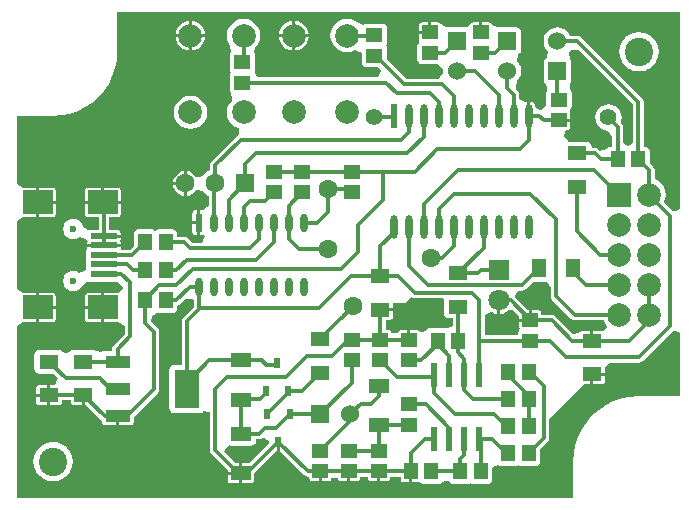
<source format=gbl>
G04 Layer_Physical_Order=2*
G04 Layer_Color=66047*
%FSLAX25Y25*%
%MOIN*%
G70*
G01*
G75*
%ADD10R,0.06496X0.04724*%
%ADD11R,0.04724X0.06496*%
%ADD12R,0.05315X0.04528*%
%ADD13R,0.04528X0.05315*%
%ADD14R,0.02362X0.07874*%
%ADD15O,0.02362X0.07874*%
%ADD16R,0.09842X0.07874*%
%ADD17R,0.09055X0.01968*%
%ADD18R,0.02362X0.06299*%
%ADD19O,0.02362X0.06299*%
%ADD20R,0.06890X0.04724*%
%ADD21R,0.02362X0.03543*%
%ADD22R,0.08465X0.12795*%
%ADD23R,0.08465X0.03937*%
%ADD24C,0.01181*%
%ADD25R,0.06000X0.06000*%
%ADD26C,0.06000*%
%ADD27C,0.06299*%
%ADD28C,0.02362*%
%ADD29C,0.07874*%
%ADD30R,0.06299X0.06299*%
%ADD31C,0.09449*%
%ADD32R,0.07874X0.07874*%
%ADD33R,0.07087X0.07087*%
%ADD34C,0.07087*%
%ADD35C,0.05512*%
G36*
X162549Y92347D02*
X163240Y92209D01*
X172605D01*
X172887Y91866D01*
Y87142D01*
X173009Y86527D01*
X173357Y86006D01*
X173878Y85658D01*
X174492Y85536D01*
X175863D01*
Y83211D01*
X175319Y82797D01*
X173796Y82200D01*
X173658Y82279D01*
X173043Y82401D01*
X168516D01*
X167901Y82279D01*
X167380Y81931D01*
X167032Y81410D01*
X167010Y81300D01*
X165115Y81138D01*
X164793Y81184D01*
X164619Y81445D01*
X164288Y81666D01*
X163898Y81744D01*
X161740D01*
Y78461D01*
X160740D01*
Y81744D01*
X158583D01*
X158193Y81666D01*
X157862Y81445D01*
X157641Y81115D01*
X157563Y80724D01*
X155417D01*
X155340Y81115D01*
X155119Y81445D01*
X154788Y81666D01*
X154398Y81744D01*
X153547D01*
Y85122D01*
X154988D01*
X155378Y85200D01*
X155709Y85421D01*
X155930Y85752D01*
X156008Y86142D01*
Y88004D01*
X151740D01*
Y89004D01*
X156008D01*
Y90551D01*
X159843D01*
X162003Y92712D01*
X162549Y92347D01*
D02*
G37*
G36*
X235879Y156842D02*
Y144106D01*
X234240Y143144D01*
X232602Y144106D01*
Y149461D01*
X232464Y150152D01*
X232073Y150738D01*
X231803Y151007D01*
X231959Y151385D01*
X232108Y152516D01*
X231959Y153646D01*
X231523Y154700D01*
X230829Y155604D01*
X229924Y156299D01*
X228871Y156735D01*
X227740Y156884D01*
X226610Y156735D01*
X225556Y156299D01*
X224652Y155604D01*
X223957Y154700D01*
X223521Y153646D01*
X223372Y152516D01*
X223521Y151385D01*
X223957Y150332D01*
X224652Y149427D01*
X225556Y148733D01*
X226610Y148296D01*
X227740Y148148D01*
X228989Y146128D01*
Y142779D01*
X228532D01*
X227917Y142657D01*
X227396Y142309D01*
X227263Y142110D01*
X225599Y141592D01*
X224824Y141487D01*
X224506Y141805D01*
X223920Y142196D01*
X223228Y142334D01*
X222094D01*
Y142890D01*
X221972Y143504D01*
X221624Y144025D01*
X221103Y144373D01*
X220488Y144495D01*
X214173D01*
Y144882D01*
X212768Y146287D01*
X213597Y148287D01*
X213898D01*
X214288Y148365D01*
X214619Y148586D01*
X214840Y148917D01*
X214917Y149307D01*
Y151071D01*
X211240D01*
Y152071D01*
X214917D01*
Y153835D01*
X214840Y154225D01*
X215033Y155061D01*
X215381Y155582D01*
X215503Y156197D01*
Y160724D01*
X215381Y161339D01*
X215162Y161666D01*
X215023Y161988D01*
X214902Y163538D01*
X215102Y164220D01*
X215224Y164401D01*
X215346Y165016D01*
Y171016D01*
X215224Y171630D01*
X214876Y172151D01*
X214715Y174400D01*
X215119Y174957D01*
X217582Y175139D01*
X235879Y156842D01*
D02*
G37*
G36*
X208434Y95712D02*
Y93016D01*
X208571Y92325D01*
X208963Y91738D01*
X215286Y85416D01*
X215872Y85024D01*
X216563Y84887D01*
X226121D01*
X226524Y83913D01*
X227408Y82762D01*
X225951Y81283D01*
X225878Y81332D01*
X225488Y81409D01*
X222740D01*
Y78028D01*
X221740D01*
Y81409D01*
X218992D01*
X218602Y81332D01*
X218271Y81111D01*
X218178Y80971D01*
X216220Y80456D01*
X215840Y80470D01*
X210073Y86238D01*
X209487Y86629D01*
X208795Y86767D01*
X205417D01*
Y87224D01*
X205340Y87615D01*
X205119Y87945D01*
X204788Y88166D01*
X204398Y88244D01*
X202240D01*
Y84961D01*
X201740D01*
Y84461D01*
X198063D01*
Y82697D01*
X198141Y82307D01*
X197947Y81470D01*
X197599Y80949D01*
X197477Y80335D01*
Y79877D01*
X186531D01*
Y86814D01*
X186540Y86823D01*
X188696Y87741D01*
X188949Y87547D01*
X190054Y87089D01*
X190740Y86999D01*
Y91516D01*
X191740D01*
Y86999D01*
X192426Y87089D01*
X193531Y87547D01*
X194481Y88275D01*
X195785Y88361D01*
X198063Y86083D01*
Y85461D01*
X201240D01*
Y88244D01*
X201011D01*
X196711Y92544D01*
X196878Y93566D01*
X197492Y94709D01*
X198882D01*
X199573Y94847D01*
X200159Y95239D01*
X202429Y97509D01*
X207090D01*
X208434Y95712D01*
D02*
G37*
G36*
X251444Y122083D02*
X250264Y121462D01*
X249278Y121308D01*
X246305Y124281D01*
X246708Y125254D01*
X246898Y126693D01*
X246708Y128132D01*
X246153Y129473D01*
X245270Y130624D01*
X244118Y131508D01*
X243145Y131911D01*
Y134862D01*
X243007Y135554D01*
X242616Y136140D01*
X241554Y137201D01*
Y141173D01*
X241432Y141788D01*
X241084Y142309D01*
X240563Y142657D01*
X239949Y142779D01*
X239491D01*
Y157591D01*
X239354Y158282D01*
X238962Y158868D01*
X218537Y179293D01*
X217951Y179685D01*
X217260Y179822D01*
X214944D01*
X214736Y180323D01*
X214003Y181279D01*
X213047Y182012D01*
X211934Y182473D01*
X210740Y182630D01*
X209546Y182473D01*
X208433Y182012D01*
X207477Y181279D01*
X206744Y180323D01*
X206283Y179210D01*
X206126Y178016D01*
X206283Y176821D01*
X206744Y175709D01*
X207477Y174753D01*
X207541Y174704D01*
X207543Y174680D01*
X207148Y172617D01*
X206982Y172403D01*
X206605Y172151D01*
X206257Y171630D01*
X206135Y171016D01*
Y165016D01*
X206257Y164401D01*
X206605Y163880D01*
X207115Y162656D01*
X207099Y161339D01*
X206977Y160724D01*
Y156483D01*
X205305Y155065D01*
X204408Y155277D01*
X203464Y155762D01*
Y155772D01*
X203295Y156623D01*
X202813Y157344D01*
X202091Y157826D01*
X201740Y157896D01*
Y153016D01*
X200740D01*
Y157896D01*
X200389Y157826D01*
X200030Y157689D01*
X198419Y158363D01*
X198047Y158667D01*
Y160016D01*
X197909Y160707D01*
X197518Y161293D01*
X196889Y161921D01*
X196778Y162317D01*
X197103Y164638D01*
X197253Y164753D01*
X197986Y165709D01*
X198447Y166822D01*
X198604Y168016D01*
X198447Y169210D01*
X197986Y170323D01*
X197253Y171279D01*
X197189Y171327D01*
X197187Y171352D01*
X197582Y173415D01*
X197748Y173628D01*
X198126Y173880D01*
X198474Y174401D01*
X198596Y175016D01*
Y181016D01*
X198474Y181630D01*
X198126Y182151D01*
X197605Y182499D01*
X196990Y182621D01*
X190990D01*
X189684Y183001D01*
X188848Y183609D01*
X188718Y183797D01*
X188619Y183945D01*
X188288Y184166D01*
X187898Y184244D01*
X185740D01*
Y180961D01*
X184740D01*
Y184244D01*
X182583D01*
X182193Y184166D01*
X181862Y183945D01*
X181641Y183615D01*
X181272Y183092D01*
X180240Y182621D01*
X174240D01*
X174083Y182590D01*
X172948Y182922D01*
X171867Y183598D01*
X171795Y183682D01*
X171619Y183945D01*
X171288Y184166D01*
X170898Y184244D01*
X168740D01*
Y180961D01*
X168240D01*
Y180461D01*
X164563D01*
Y178697D01*
X164641Y178307D01*
X164447Y177470D01*
X164099Y176949D01*
X163977Y176335D01*
Y171807D01*
X164099Y171193D01*
X164447Y170672D01*
X164968Y170324D01*
X165583Y170201D01*
X170898D01*
X171377Y169949D01*
X172319Y169090D01*
X172692Y168519D01*
X172626Y168016D01*
X172696Y167483D01*
X172626Y167197D01*
X171711Y165934D01*
X171038Y165377D01*
X160433D01*
X154003Y171807D01*
Y175335D01*
X153881Y175949D01*
X153559Y176516D01*
X153881Y177082D01*
X154003Y177697D01*
Y182224D01*
X153881Y182839D01*
X153533Y183360D01*
X153012Y183708D01*
X152398Y183830D01*
X147083D01*
X146468Y183708D01*
X145947Y183360D01*
X143914Y184214D01*
X143378Y184626D01*
X142037Y185181D01*
X140598Y185370D01*
X139160Y185181D01*
X137819Y184626D01*
X136667Y183742D01*
X135784Y182591D01*
X135229Y181250D01*
X135039Y179811D01*
X135229Y178372D01*
X135784Y177031D01*
X136667Y175880D01*
X137819Y174996D01*
X139160Y174441D01*
X140598Y174252D01*
X142037Y174441D01*
X143378Y174996D01*
X145477Y173878D01*
Y170807D01*
X145599Y170193D01*
X145947Y169672D01*
X146468Y169324D01*
X147083Y169201D01*
X150988D01*
X151962Y167960D01*
X151035Y165877D01*
X110814D01*
X110400Y166422D01*
X109803Y167944D01*
X109881Y168082D01*
X110003Y168697D01*
Y173224D01*
X109881Y173839D01*
X109533Y174360D01*
X110411Y176377D01*
X110913Y177031D01*
X111468Y178372D01*
X111658Y179811D01*
X111468Y181250D01*
X110913Y182591D01*
X110029Y183742D01*
X108878Y184626D01*
X107537Y185181D01*
X106098Y185370D01*
X104660Y185181D01*
X103319Y184626D01*
X102167Y183742D01*
X101284Y182591D01*
X100728Y181250D01*
X100539Y179811D01*
X100728Y178372D01*
X101284Y177031D01*
X101630Y176581D01*
X101947Y174360D01*
X101599Y173839D01*
X101477Y173224D01*
Y168697D01*
X101599Y168082D01*
X101921Y167516D01*
X101599Y166949D01*
X101477Y166335D01*
Y161807D01*
X101599Y161193D01*
X101929Y160698D01*
X101947Y160672D01*
X102275Y158818D01*
X102192Y158171D01*
X102167Y158151D01*
X101284Y157000D01*
X100728Y155659D01*
X100539Y154220D01*
X100728Y152782D01*
X101284Y151441D01*
X102167Y150289D01*
X103319Y149406D01*
X104659Y148851D01*
X104549Y146685D01*
X103963Y146293D01*
X95463Y137793D01*
X95071Y137207D01*
X94934Y136516D01*
Y134881D01*
X94358Y134643D01*
X93371Y133885D01*
X92613Y132898D01*
X92601Y132868D01*
X91068Y132690D01*
X90225Y132791D01*
X89700Y133475D01*
X88833Y134140D01*
X87823Y134558D01*
X87240Y134635D01*
Y130516D01*
Y126396D01*
X87823Y126473D01*
X88833Y126891D01*
X89700Y127556D01*
X90225Y128241D01*
X91068Y128341D01*
X92601Y128163D01*
X92613Y128133D01*
X93371Y127146D01*
X94358Y126389D01*
X94434Y126357D01*
Y122960D01*
X93977Y122553D01*
X92421Y121590D01*
X91825Y121590D01*
X91740D01*
Y117421D01*
Y113252D01*
X92420D01*
X92835Y113251D01*
X93138Y112987D01*
X92325Y110822D01*
X88988D01*
X87517Y112293D01*
X86931Y112685D01*
X86240Y112822D01*
X84054D01*
Y113673D01*
X83932Y114288D01*
X83584Y114809D01*
X83063Y115157D01*
X82449Y115279D01*
X77921D01*
X77307Y115157D01*
X76740Y114835D01*
X76174Y115157D01*
X75559Y115279D01*
X71031D01*
X70417Y115157D01*
X69896Y114809D01*
X69548Y114288D01*
X69426Y113673D01*
Y109701D01*
X68224Y108499D01*
X65471D01*
X65261Y108812D01*
X65146Y108890D01*
Y109342D01*
X59598D01*
X54051D01*
Y108890D01*
X53935Y108812D01*
X53587Y108291D01*
X53465Y107677D01*
Y105709D01*
X53583Y105118D01*
X53465Y104527D01*
Y102559D01*
X53583Y101968D01*
X53526Y101683D01*
X52831Y101189D01*
X51300Y100799D01*
X50946Y101035D01*
X50946Y101035D01*
X50367Y101275D01*
X49676Y101413D01*
X49517D01*
X49362Y101444D01*
X49207Y101413D01*
X49049D01*
X48358Y101275D01*
X47779Y101035D01*
X47193Y100644D01*
X47193Y100644D01*
X46750Y100201D01*
X46750Y100201D01*
X46358Y99615D01*
X46358Y99615D01*
X46119Y99036D01*
X45981Y98345D01*
Y97718D01*
X46119Y97027D01*
X46358Y96448D01*
X46750Y95862D01*
X46750Y95862D01*
X47193Y95419D01*
X47193Y95419D01*
X47779Y95028D01*
X47779Y95028D01*
X48358Y94788D01*
X49049Y94650D01*
X49207D01*
X49362Y94620D01*
X49517Y94650D01*
X49676D01*
X50367Y94788D01*
X50946Y95028D01*
X51531Y95419D01*
X51532Y95419D01*
X51974Y95862D01*
X51975Y95862D01*
X52366Y96448D01*
X52366Y96448D01*
X52513Y96802D01*
X53949Y97633D01*
X54330Y97805D01*
X54909Y97836D01*
X55071Y97804D01*
X64126D01*
X65689Y96484D01*
X65926Y96122D01*
X65946Y95947D01*
X65870Y95437D01*
X64126Y94130D01*
X59705D01*
Y89173D01*
Y84217D01*
X64126D01*
X64268Y84245D01*
X64948Y84068D01*
X66064Y83483D01*
X66434Y83170D01*
Y80264D01*
X62947Y76777D01*
X62556Y76191D01*
X62418Y75500D01*
Y74645D01*
X59992D01*
X59378Y74523D01*
X58422Y74263D01*
X57146Y74521D01*
X56820Y74728D01*
X56603Y74873D01*
X55988Y74995D01*
X49492D01*
X48878Y74873D01*
X48357Y74525D01*
X48140Y74201D01*
X46990Y74097D01*
X45840Y74201D01*
X45624Y74525D01*
X45103Y74873D01*
X44488Y74995D01*
X37992D01*
X37378Y74873D01*
X36857Y74525D01*
X36509Y74004D01*
X36386Y73390D01*
Y68665D01*
X36509Y68051D01*
X36857Y67530D01*
X37378Y67182D01*
X37992Y67060D01*
X42653D01*
X44162Y65551D01*
X43265Y63386D01*
X41740D01*
Y60004D01*
Y56622D01*
X44488D01*
X44878Y56700D01*
X45209Y56921D01*
X45430Y57252D01*
X45508Y57642D01*
Y58198D01*
X48472D01*
Y57642D01*
X48550Y57252D01*
X48771Y56921D01*
X49102Y56700D01*
X49492Y56622D01*
X52240D01*
Y60004D01*
X53240D01*
Y56622D01*
X53567D01*
X58506Y51683D01*
X58973Y51372D01*
Y50992D01*
X59050Y50602D01*
X59271Y50271D01*
X59602Y50050D01*
X59992Y49973D01*
X63724D01*
Y52961D01*
X64724D01*
Y49973D01*
X68457D01*
X68847Y50050D01*
X69178Y50271D01*
X69399Y50602D01*
X69476Y50992D01*
Y52697D01*
X77517Y60738D01*
X77909Y61325D01*
X78047Y62016D01*
Y81016D01*
X77909Y81707D01*
X77517Y82293D01*
X75367Y84443D01*
X75456Y86425D01*
X77365Y87363D01*
X77921Y87253D01*
X82449D01*
X83063Y87375D01*
X83584Y87723D01*
X83932Y88244D01*
X84054Y88858D01*
Y89772D01*
X84431Y89847D01*
X85017Y90238D01*
X86752Y91973D01*
X87184Y92104D01*
X88825Y92046D01*
X89434Y91593D01*
Y89264D01*
X85979Y85809D01*
X85587Y85223D01*
X85449Y84531D01*
Y70019D01*
X83024D01*
X82409Y69897D01*
X81888Y69549D01*
X81540Y69028D01*
X81418Y68413D01*
Y55618D01*
X81540Y55004D01*
X81888Y54483D01*
X82409Y54135D01*
X83024Y54013D01*
X91488D01*
X92103Y54135D01*
X92624Y54483D01*
X92713Y54617D01*
X94574Y54376D01*
X94879Y54257D01*
Y41571D01*
X95016Y40880D01*
X95408Y40294D01*
X100776Y34926D01*
Y34421D01*
X104740D01*
Y37303D01*
X103507D01*
X99696Y41114D01*
X99818Y41571D01*
X101181Y43265D01*
X101795Y43142D01*
X108685D01*
X109300Y43265D01*
X109820Y43613D01*
X110169Y44134D01*
X110291Y44748D01*
Y45304D01*
X111240D01*
X111931Y45441D01*
X112335Y45711D01*
X113078Y45559D01*
X114574Y44827D01*
X114642Y43945D01*
X108000Y37303D01*
X105740D01*
Y33921D01*
Y30540D01*
X108685D01*
X109075Y30617D01*
X109406Y30838D01*
X109627Y31169D01*
X109705Y31559D01*
Y33898D01*
X117240Y41434D01*
Y44488D01*
X118240D01*
Y41434D01*
X126380Y33294D01*
X126966Y32902D01*
X127657Y32765D01*
X128063D01*
Y32307D01*
X128141Y31917D01*
X128362Y31586D01*
X128692Y31365D01*
X129083Y31288D01*
X131240D01*
Y34571D01*
X132240D01*
Y31288D01*
X134398D01*
X134788Y31365D01*
X135119Y31586D01*
X135340Y31917D01*
X135417Y32307D01*
X137563D01*
X137641Y31917D01*
X137862Y31586D01*
X138192Y31365D01*
X138583Y31288D01*
X140740D01*
Y34571D01*
X141740D01*
Y31288D01*
X143898D01*
X144288Y31365D01*
X144619Y31586D01*
X144840Y31917D01*
X144917Y32307D01*
Y32765D01*
X147563D01*
Y32307D01*
X147641Y31917D01*
X147862Y31586D01*
X148193Y31365D01*
X148583Y31288D01*
X150740D01*
Y34571D01*
X151740D01*
Y31288D01*
X153898D01*
X154288Y31365D01*
X154619Y31586D01*
X154840Y31917D01*
X154917Y32307D01*
Y32765D01*
X158512D01*
Y31858D01*
X158589Y31468D01*
X158810Y31137D01*
X159141Y30916D01*
X159531Y30839D01*
X161295D01*
Y34516D01*
X162295D01*
Y30839D01*
X164059D01*
X164449Y30916D01*
X165286Y30723D01*
X165807Y30375D01*
X166421Y30253D01*
X170949D01*
X171563Y30375D01*
X172084Y30723D01*
X172368Y31148D01*
X173445Y31303D01*
X173707Y31318D01*
X174634Y31214D01*
X174880Y30845D01*
X175401Y30497D01*
X176016Y30375D01*
X180543D01*
X181158Y30497D01*
X181724Y30819D01*
X182291Y30497D01*
X182905Y30375D01*
X187433D01*
X188048Y30497D01*
X188568Y30845D01*
X188917Y31366D01*
X189039Y31980D01*
Y35704D01*
X189939Y36262D01*
X191204Y36629D01*
X191401Y36497D01*
X192016Y36375D01*
X196543D01*
X197158Y36497D01*
X197724Y36819D01*
X198291Y36497D01*
X198906Y36375D01*
X203433D01*
X204047Y36497D01*
X204569Y36845D01*
X204917Y37366D01*
X205039Y37980D01*
Y41953D01*
X207447Y44361D01*
X207838Y44947D01*
X207976Y45638D01*
Y52070D01*
X219528Y63622D01*
X221740D01*
Y67004D01*
X222240D01*
Y67504D01*
X226508D01*
Y69366D01*
X228050Y70591D01*
X228280Y70709D01*
X237870D01*
X238561Y70847D01*
X239147Y71238D01*
X249278Y81369D01*
X250264Y81215D01*
X251444Y80594D01*
Y59580D01*
X237790D01*
X237744Y59589D01*
Y59603D01*
X234898Y59416D01*
X232101Y58860D01*
X229399Y57943D01*
X226841Y56681D01*
X224469Y55097D01*
X222325Y53216D01*
X220444Y51071D01*
X218860Y48700D01*
X217598Y46141D01*
X216681Y43440D01*
X216125Y40643D01*
X215938Y37796D01*
X215952D01*
X216010Y37501D01*
Y34364D01*
Y27498D01*
Y25722D01*
X30446D01*
Y83087D01*
X32612Y84220D01*
X32630Y84217D01*
X37051D01*
Y89173D01*
Y94130D01*
X32630D01*
X32612Y94126D01*
X30446Y95260D01*
Y118126D01*
X32612Y119260D01*
X32630Y119256D01*
X37051D01*
Y124213D01*
Y129169D01*
X32630D01*
X32612Y129166D01*
X30446Y130299D01*
Y153018D01*
X42578D01*
X42618Y153010D01*
Y152998D01*
X45413Y153181D01*
X48160Y153727D01*
X50812Y154627D01*
X53324Y155866D01*
X55653Y157422D01*
X57759Y159269D01*
X59605Y161375D01*
X61161Y163704D01*
X62400Y166215D01*
X63301Y168868D01*
X63847Y171615D01*
X64030Y174409D01*
X64017D01*
X64009Y174450D01*
Y187664D01*
X251444D01*
Y122083D01*
D02*
G37*
%LPC*%
G36*
X42472Y94130D02*
X38051D01*
Y89673D01*
X43492D01*
Y93110D01*
X43414Y93500D01*
X43193Y93831D01*
X42863Y94052D01*
X42472Y94130D01*
D02*
G37*
G36*
X90740Y121590D02*
X90059D01*
X89669Y121513D01*
X89338Y121292D01*
X89117Y120961D01*
X89039Y120571D01*
Y117921D01*
X90740D01*
Y121590D01*
D02*
G37*
G36*
X43492Y123713D02*
X38051D01*
Y119256D01*
X42472D01*
X42863Y119334D01*
X43193Y119555D01*
X43414Y119885D01*
X43492Y120276D01*
Y123713D01*
D02*
G37*
G36*
X90740Y116921D02*
X89039D01*
Y114272D01*
X89117Y113882D01*
X89338Y113551D01*
X89669Y113330D01*
X90059Y113252D01*
X90740D01*
Y116921D01*
D02*
G37*
G36*
X65146Y123713D02*
X59205D01*
X53264D01*
Y120276D01*
X53342Y119885D01*
X53562Y119555D01*
X53893Y119334D01*
X54283Y119256D01*
X57792D01*
Y114996D01*
X55071D01*
X54874Y114957D01*
X54180Y115112D01*
X54128Y115132D01*
X53161Y115615D01*
X52680Y115987D01*
X52606Y116358D01*
X52366Y116937D01*
X51975Y117523D01*
X51974Y117523D01*
X51532Y117966D01*
X51531Y117966D01*
X50946Y118358D01*
X50946Y118358D01*
X50367Y118598D01*
X49676Y118735D01*
X49517D01*
X49362Y118766D01*
X49207Y118735D01*
X49049D01*
X48358Y118598D01*
X47779Y118358D01*
X47193Y117966D01*
X47193Y117966D01*
X46750Y117523D01*
X46750Y117523D01*
X46358Y116937D01*
X46358Y116937D01*
X46119Y116358D01*
X45981Y115667D01*
Y115041D01*
X46119Y114349D01*
X46358Y113771D01*
X46750Y113185D01*
X46750Y113185D01*
X47193Y112742D01*
X47193Y112742D01*
X47779Y112350D01*
X47779Y112350D01*
X48358Y112110D01*
X49049Y111973D01*
X49207D01*
X49362Y111942D01*
X49517Y111973D01*
X49676D01*
X50367Y112110D01*
X50946Y112350D01*
X51532Y112742D01*
X53566Y111926D01*
X54129Y111217D01*
X54051Y110827D01*
Y110342D01*
X59598D01*
X65146D01*
Y110827D01*
X65068Y111217D01*
X64934Y111417D01*
X65068Y111618D01*
X65146Y112008D01*
Y112492D01*
X59598D01*
Y113492D01*
X65146D01*
Y113976D01*
X65068Y114366D01*
X64847Y114697D01*
X64516Y114918D01*
X64126Y114996D01*
X61405D01*
Y119256D01*
X64126D01*
X64516Y119334D01*
X64847Y119555D01*
X65068Y119885D01*
X65146Y120276D01*
Y123713D01*
D02*
G37*
G36*
X40740Y59504D02*
X36972D01*
Y57642D01*
X37050Y57252D01*
X37271Y56921D01*
X37602Y56700D01*
X37992Y56622D01*
X40740D01*
Y59504D01*
D02*
G37*
G36*
Y63386D02*
X37992D01*
X37602Y63308D01*
X37271Y63087D01*
X37050Y62756D01*
X36972Y62366D01*
Y60504D01*
X40740D01*
Y63386D01*
D02*
G37*
G36*
X104740Y33421D02*
X100776D01*
Y31559D01*
X100853Y31169D01*
X101074Y30838D01*
X101405Y30617D01*
X101795Y30540D01*
X104740D01*
Y33421D01*
D02*
G37*
G36*
X42618Y44365D02*
X42514Y44344D01*
X42408Y44351D01*
X41124Y44182D01*
X40925Y44114D01*
X40719Y44073D01*
X39522Y43577D01*
X39347Y43461D01*
X39159Y43368D01*
X38131Y42579D01*
X37992Y42421D01*
X37834Y42283D01*
X37045Y41255D01*
X36953Y41066D01*
X36836Y40892D01*
X36340Y39694D01*
X36299Y39488D01*
X36232Y39290D01*
X36062Y38005D01*
X36076Y37795D01*
X36062Y37586D01*
X36232Y36301D01*
X36299Y36102D01*
X36340Y35896D01*
X36836Y34699D01*
X36953Y34524D01*
X37045Y34336D01*
X37834Y33308D01*
X37992Y33169D01*
X38131Y33011D01*
X39159Y32223D01*
X39347Y32130D01*
X39522Y32013D01*
X40719Y31517D01*
X40925Y31476D01*
X41124Y31409D01*
X42408Y31240D01*
X42514Y31247D01*
X42618Y31226D01*
X42722Y31247D01*
X42828Y31240D01*
X44112Y31409D01*
X44311Y31476D01*
X44517Y31517D01*
X45714Y32013D01*
X45889Y32130D01*
X46077Y32223D01*
X47106Y33011D01*
X47244Y33169D01*
X47402Y33308D01*
X48191Y34336D01*
X48284Y34524D01*
X48400Y34699D01*
X48896Y35896D01*
X48937Y36102D01*
X49005Y36301D01*
X49174Y37586D01*
X49160Y37795D01*
X49174Y38005D01*
X49005Y39290D01*
X48937Y39488D01*
X48896Y39694D01*
X48400Y40892D01*
X48284Y41066D01*
X48191Y41255D01*
X47402Y42283D01*
X47244Y42421D01*
X47106Y42579D01*
X46077Y43368D01*
X45889Y43461D01*
X45714Y43577D01*
X44517Y44073D01*
X44311Y44114D01*
X44112Y44182D01*
X42828Y44351D01*
X42722Y44344D01*
X42618Y44365D01*
D02*
G37*
G36*
X58705Y88673D02*
X53264D01*
Y85236D01*
X53342Y84846D01*
X53562Y84515D01*
X53893Y84294D01*
X54283Y84217D01*
X58705D01*
Y88673D01*
D02*
G37*
G36*
Y94130D02*
X54283D01*
X53893Y94052D01*
X53562Y93831D01*
X53342Y93500D01*
X53264Y93110D01*
Y89673D01*
X58705D01*
Y94130D01*
D02*
G37*
G36*
X226508Y66504D02*
X222740D01*
Y63622D01*
X225488D01*
X225878Y63700D01*
X226209Y63921D01*
X226430Y64252D01*
X226508Y64642D01*
Y66504D01*
D02*
G37*
G36*
X43492Y88673D02*
X38051D01*
Y84217D01*
X42472D01*
X42863Y84294D01*
X43193Y84515D01*
X43414Y84846D01*
X43492Y85236D01*
Y88673D01*
D02*
G37*
G36*
X87882Y184725D02*
X87093Y184621D01*
X85892Y184124D01*
X84861Y183332D01*
X84069Y182301D01*
X83572Y181100D01*
X83468Y180311D01*
X87882D01*
Y184725D01*
D02*
G37*
G36*
X122382D02*
X121593Y184621D01*
X120392Y184124D01*
X119361Y183332D01*
X118569Y182301D01*
X118072Y181100D01*
X117968Y180311D01*
X122382D01*
Y184725D01*
D02*
G37*
G36*
X93296Y179311D02*
X88882D01*
Y174897D01*
X89671Y175001D01*
X90872Y175499D01*
X91903Y176290D01*
X92694Y177321D01*
X93192Y178522D01*
X93296Y179311D01*
D02*
G37*
G36*
X127796D02*
X123382D01*
Y174897D01*
X124171Y175001D01*
X125372Y175499D01*
X126403Y176290D01*
X127194Y177321D01*
X127692Y178522D01*
X127796Y179311D01*
D02*
G37*
G36*
X237894Y180979D02*
X237790Y180958D01*
X237684Y180965D01*
X236399Y180796D01*
X236201Y180728D01*
X235995Y180687D01*
X234797Y180192D01*
X234623Y180075D01*
X234434Y179982D01*
X233406Y179193D01*
X233268Y179035D01*
X233110Y178897D01*
X232321Y177869D01*
X232228Y177680D01*
X232112Y177506D01*
X231616Y176309D01*
X231575Y176103D01*
X231507Y175904D01*
X231338Y174619D01*
X231352Y174409D01*
X231338Y174200D01*
X231507Y172915D01*
X231575Y172716D01*
X231616Y172510D01*
X232112Y171313D01*
X232228Y171139D01*
X232321Y170950D01*
X233110Y169922D01*
X233268Y169784D01*
X233406Y169626D01*
X234434Y168837D01*
X234623Y168744D01*
X234797Y168627D01*
X235995Y168131D01*
X236201Y168090D01*
X236399Y168023D01*
X237684Y167854D01*
X237790Y167861D01*
X237894Y167840D01*
X237998Y167861D01*
X238103Y167854D01*
X239388Y168023D01*
X239587Y168090D01*
X239793Y168131D01*
X240990Y168627D01*
X241165Y168744D01*
X241353Y168837D01*
X242381Y169626D01*
X242519Y169784D01*
X242677Y169922D01*
X243466Y170950D01*
X243559Y171139D01*
X243676Y171313D01*
X244172Y172510D01*
X244213Y172716D01*
X244280Y172915D01*
X244449Y174200D01*
X244436Y174409D01*
X244449Y174619D01*
X244280Y175904D01*
X244213Y176103D01*
X244172Y176309D01*
X243676Y177506D01*
X243559Y177680D01*
X243466Y177869D01*
X242677Y178897D01*
X242519Y179035D01*
X242381Y179193D01*
X241353Y179982D01*
X241165Y180075D01*
X240990Y180192D01*
X239793Y180687D01*
X239587Y180728D01*
X239388Y180796D01*
X238103Y180965D01*
X237998Y180958D01*
X237894Y180979D01*
D02*
G37*
G36*
X167740Y184244D02*
X165583D01*
X165192Y184166D01*
X164862Y183945D01*
X164641Y183615D01*
X164563Y183224D01*
Y181461D01*
X167740D01*
Y184244D01*
D02*
G37*
G36*
X88882Y184725D02*
Y180311D01*
X93296D01*
X93192Y181100D01*
X92694Y182301D01*
X91903Y183332D01*
X90872Y184124D01*
X89671Y184621D01*
X88882Y184725D01*
D02*
G37*
G36*
X123382D02*
Y180311D01*
X127796D01*
X127692Y181100D01*
X127194Y182301D01*
X126403Y183332D01*
X125372Y184124D01*
X124171Y184621D01*
X123382Y184725D01*
D02*
G37*
G36*
X64126Y129169D02*
X59705D01*
Y124713D01*
X65146D01*
Y128150D01*
X65068Y128540D01*
X64847Y128871D01*
X64516Y129092D01*
X64126Y129169D01*
D02*
G37*
G36*
X86240Y130016D02*
X82621D01*
X82697Y129432D01*
X83116Y128423D01*
X83781Y127556D01*
X84648Y126891D01*
X85657Y126473D01*
X86240Y126396D01*
Y130016D01*
D02*
G37*
G36*
X58705Y129169D02*
X54283D01*
X53893Y129092D01*
X53562Y128871D01*
X53342Y128540D01*
X53264Y128150D01*
Y124713D01*
X58705D01*
Y129169D01*
D02*
G37*
G36*
X42472D02*
X38051D01*
Y124713D01*
X43492D01*
Y128150D01*
X43414Y128540D01*
X43193Y128871D01*
X42863Y129092D01*
X42472Y129169D01*
D02*
G37*
G36*
X87882Y179311D02*
X83468D01*
X83572Y178522D01*
X84069Y177321D01*
X84861Y176290D01*
X85892Y175499D01*
X87093Y175001D01*
X87882Y174897D01*
Y179311D01*
D02*
G37*
G36*
X122382D02*
X117968D01*
X118072Y178522D01*
X118569Y177321D01*
X119361Y176290D01*
X120392Y175499D01*
X121593Y175001D01*
X122382Y174897D01*
Y179311D01*
D02*
G37*
G36*
X86240Y134635D02*
X85657Y134558D01*
X84648Y134140D01*
X83781Y133475D01*
X83116Y132608D01*
X82697Y131599D01*
X82621Y131016D01*
X86240D01*
Y134635D01*
D02*
G37*
G36*
X88382Y159780D02*
X86943Y159590D01*
X85602Y159035D01*
X84451Y158151D01*
X83567Y157000D01*
X83012Y155659D01*
X82823Y154220D01*
X83012Y152782D01*
X83567Y151441D01*
X84451Y150289D01*
X85602Y149406D01*
X86943Y148851D01*
X88382Y148661D01*
X89821Y148851D01*
X91162Y149406D01*
X92313Y150289D01*
X93196Y151441D01*
X93752Y152782D01*
X93941Y154220D01*
X93752Y155659D01*
X93196Y157000D01*
X92313Y158151D01*
X91162Y159035D01*
X89821Y159590D01*
X88382Y159780D01*
D02*
G37*
%LPD*%
D10*
X222240Y78028D02*
D03*
Y67004D02*
D03*
X217240Y129504D02*
D03*
Y140528D02*
D03*
X177740Y100528D02*
D03*
Y89504D02*
D03*
X131740Y78528D02*
D03*
Y67504D02*
D03*
X52740Y71028D02*
D03*
Y60004D02*
D03*
X41240Y71028D02*
D03*
Y60004D02*
D03*
X151740Y88504D02*
D03*
Y99528D02*
D03*
D11*
X215752Y102362D02*
D03*
X204728D02*
D03*
D12*
X211240Y151571D02*
D03*
Y158461D02*
D03*
X185240Y180961D02*
D03*
Y174071D02*
D03*
X149740Y173071D02*
D03*
Y179961D02*
D03*
X105740Y164071D02*
D03*
Y170961D02*
D03*
X116240Y127571D02*
D03*
Y134461D02*
D03*
X142240Y127571D02*
D03*
Y134461D02*
D03*
X125740Y127571D02*
D03*
Y134461D02*
D03*
X161240Y56961D02*
D03*
Y50071D02*
D03*
X142240Y78461D02*
D03*
Y71571D02*
D03*
X131740Y41461D02*
D03*
Y34571D02*
D03*
X151740Y71571D02*
D03*
Y78461D02*
D03*
X161240D02*
D03*
Y71571D02*
D03*
X141240Y34571D02*
D03*
Y41461D02*
D03*
X151240D02*
D03*
Y34571D02*
D03*
X201740Y78071D02*
D03*
Y84961D02*
D03*
X168240Y180961D02*
D03*
Y174071D02*
D03*
D13*
X73295Y91516D02*
D03*
X80185D02*
D03*
X73295Y101516D02*
D03*
X80185D02*
D03*
X73295Y111016D02*
D03*
X80185D02*
D03*
X194280Y58638D02*
D03*
X201169D02*
D03*
Y40638D02*
D03*
X194280D02*
D03*
X201169Y49638D02*
D03*
X194280D02*
D03*
X178279Y34638D02*
D03*
X185169D02*
D03*
X161795Y34516D02*
D03*
X168685D02*
D03*
X201169Y67638D02*
D03*
X194280D02*
D03*
X170780Y78138D02*
D03*
X177669D02*
D03*
X230795Y138516D02*
D03*
X237685D02*
D03*
D14*
X156240Y153016D02*
D03*
X174724Y66638D02*
D03*
X184724D02*
D03*
X169724D02*
D03*
X179724D02*
D03*
X174724Y45378D02*
D03*
X179724D02*
D03*
X169724D02*
D03*
X184724D02*
D03*
D15*
X161240Y153016D02*
D03*
X176240D02*
D03*
X166240D02*
D03*
X181240D02*
D03*
X171240D02*
D03*
X201240D02*
D03*
X191240D02*
D03*
X186240D02*
D03*
X196240D02*
D03*
X201240Y116008D02*
D03*
X171240D02*
D03*
X156240D02*
D03*
X166240D02*
D03*
X181240D02*
D03*
X191240D02*
D03*
X161240D02*
D03*
X176240D02*
D03*
X186240D02*
D03*
X196240D02*
D03*
D16*
X37551Y124213D02*
D03*
Y89173D02*
D03*
X59205D02*
D03*
Y124213D02*
D03*
D17*
X59598Y100394D02*
D03*
Y103543D02*
D03*
Y106693D02*
D03*
Y109842D02*
D03*
Y112992D02*
D03*
D18*
X91240Y117421D02*
D03*
D19*
X96240D02*
D03*
X101240D02*
D03*
X106240D02*
D03*
X111240D02*
D03*
X116240D02*
D03*
X121240D02*
D03*
X126240D02*
D03*
X91240Y95965D02*
D03*
X96240D02*
D03*
X101240D02*
D03*
X106240D02*
D03*
X111240D02*
D03*
X116240D02*
D03*
X121240D02*
D03*
X126240D02*
D03*
D20*
X105240Y71516D02*
D03*
Y58327D02*
D03*
X151240Y49921D02*
D03*
Y63110D02*
D03*
X105240Y47110D02*
D03*
Y33921D02*
D03*
D21*
X120980Y61488D02*
D03*
X113500D02*
D03*
X117240Y70543D02*
D03*
X114000Y53543D02*
D03*
X121480D02*
D03*
X117740Y44488D02*
D03*
D22*
X87256Y62016D02*
D03*
D23*
X64224Y71071D02*
D03*
Y62016D02*
D03*
Y52961D02*
D03*
D24*
X248240Y82886D02*
Y119791D01*
X237870Y72516D02*
X248240Y82886D01*
X213740Y72516D02*
X237870D01*
X215748Y101181D02*
X217413Y99516D01*
X220236Y96693D02*
X231339D01*
X217413Y99516D02*
X220236Y96693D01*
X217413Y99516D02*
X217413D01*
X198882Y96516D02*
X204728Y102362D01*
X167740Y96516D02*
X198882D01*
X237685Y138516D02*
Y157591D01*
X210740Y178016D02*
X217260D01*
X237685Y157591D01*
X87240Y105016D02*
X110240D01*
X83740Y101516D02*
X87240Y105016D01*
X80185Y101516D02*
X83740D01*
X89240Y102016D02*
X138740D01*
X83740Y96516D02*
X89240Y102016D01*
X78014Y96516D02*
X83740D01*
X73295Y91797D02*
X78014Y96516D01*
X73295Y83961D02*
Y91797D01*
X152713Y134461D02*
X163185D01*
X142240D02*
X152713D01*
X138740Y102016D02*
X144240Y107516D01*
Y116516D01*
X152713Y124988D01*
Y134461D01*
X211240Y158461D02*
Y158516D01*
Y156961D02*
Y158461D01*
X210740Y159016D02*
X211240Y158516D01*
X210740Y159016D02*
Y168016D01*
X105740Y164071D02*
X153685D01*
X171240Y153016D02*
Y157516D01*
X168240Y160516D02*
X171240Y157516D01*
X157240Y160516D02*
X168240D01*
X153685Y164071D02*
X157240Y160516D01*
X105740Y170961D02*
X106098Y171319D01*
Y179811D01*
X159685Y163571D02*
X172185D01*
X150185Y173071D02*
X159685Y163571D01*
X149740Y173071D02*
X150185D01*
X149591Y179811D02*
X149740Y179961D01*
X140598Y179811D02*
X149591D01*
X176240Y153016D02*
Y159516D01*
X172185Y163571D02*
X176240Y159516D01*
X167240Y173571D02*
X168240D01*
X173295Y174071D02*
X177240Y178016D01*
X168240Y174071D02*
X173295D01*
X185240D02*
X190045D01*
X193990Y178016D01*
X177240Y168016D02*
X183240D01*
X191240Y160016D01*
Y153016D02*
Y160016D01*
X193990Y162266D02*
Y168016D01*
Y162266D02*
X196240Y160016D01*
Y153016D02*
Y160016D01*
X227740Y152516D02*
X230795Y149461D01*
X155740Y152516D02*
X156240Y153016D01*
X149740Y152516D02*
X155740D01*
X138752Y85528D02*
X142740Y89516D01*
X138740Y85528D02*
X138752D01*
X131740Y78528D02*
X138740Y85528D01*
X176240Y109516D02*
Y116008D01*
X172240Y105516D02*
X176240Y109516D01*
X168740Y105516D02*
X172240D01*
X141752Y99528D02*
X151740D01*
X131240Y89016D02*
X141752Y99528D01*
X91740Y89016D02*
X131240D01*
X208185Y78071D02*
X213740Y72516D01*
X184724Y78016D02*
Y91516D01*
Y66638D02*
Y78016D01*
X184780Y78071D01*
X201740D01*
X208185D01*
X241339Y84614D02*
Y86693D01*
X234740Y78016D02*
X241339Y84614D01*
X215740Y78016D02*
X234740D01*
X241339Y86693D02*
Y96693D01*
X208795Y84961D02*
X215740Y78016D01*
X201740Y84961D02*
X208795D01*
X191240Y91516D02*
X195185D01*
X201740Y84961D01*
X185240Y101516D02*
X191240D01*
X184252Y100528D02*
X185240Y101516D01*
X177740Y100528D02*
X184252D01*
X76240Y62016D02*
Y81016D01*
X67185Y52961D02*
X76240Y62016D01*
X64224Y52961D02*
X67185D01*
X73295Y83961D02*
X76240Y81016D01*
X59598Y109842D02*
Y112992D01*
X59205Y124213D02*
X59598Y123819D01*
Y112992D02*
Y123819D01*
X151740Y78461D02*
Y88504D01*
X241339Y126693D02*
X248240Y119791D01*
X151740Y99528D02*
X157728D01*
X163240Y94016D01*
X156240Y114016D02*
Y116008D01*
X151740Y109516D02*
X156240Y114016D01*
X151740Y99528D02*
Y109516D01*
X68240Y79516D02*
Y97516D01*
X65362Y100394D02*
X68240Y97516D01*
X59598Y100394D02*
X65362D01*
X64224Y75500D02*
X68240Y79516D01*
X64224Y71071D02*
Y75500D01*
X59784Y52961D02*
X64224D01*
X52740Y60004D02*
X59784Y52961D01*
X41240Y60004D02*
X52740D01*
X41240Y71028D02*
X46752Y65516D01*
X58240D01*
X61740Y62016D01*
X64224D01*
X64181Y71028D02*
X64224Y71071D01*
X52740Y71028D02*
X64181D01*
X88189Y95965D02*
X91240D01*
X83740Y91516D02*
X88189Y95965D01*
X80185Y91516D02*
X83740D01*
X88240Y109016D02*
X108240D01*
X86240Y111016D02*
X88240Y109016D01*
X80185Y111016D02*
X86240D01*
X108240Y109016D02*
X111240Y112016D01*
X110240Y105016D02*
X116240Y111016D01*
X87256Y84531D02*
X91240Y88516D01*
X87256Y64031D02*
Y84531D01*
X91240Y88516D02*
Y95965D01*
X87256Y62016D02*
Y64031D01*
X161240Y103016D02*
X167740Y96516D01*
X161240Y103016D02*
Y116008D01*
X230795Y138516D02*
Y149461D01*
X225240Y138516D02*
X230795D01*
X223228Y140528D02*
X225240Y138516D01*
X217240Y140528D02*
X223228D01*
X217240Y114516D02*
Y129504D01*
X176240Y127016D02*
X201740D01*
X171240Y122016D02*
X176240Y127016D01*
X171240Y116008D02*
Y122016D01*
X201740Y127016D02*
X210240Y118516D01*
X166240Y116008D02*
Y123516D01*
X177740Y135016D01*
X223016D01*
X231339Y126693D01*
X151240Y59516D02*
Y63110D01*
X148740Y57016D02*
X151240Y59516D01*
X145240Y57016D02*
X148740D01*
X141740Y53516D02*
X145240Y57016D01*
X142240Y64016D02*
Y71571D01*
X131740Y53516D02*
X142240Y64016D01*
X141740Y51461D02*
Y53516D01*
X237685Y138516D02*
X241339Y134862D01*
Y126693D02*
Y134862D01*
X206185Y151571D02*
X211240D01*
X204740Y153016D02*
X206185Y151571D01*
X201240Y153016D02*
X204740D01*
X182224Y94016D02*
X184724Y91516D01*
X163240Y94016D02*
X182224D01*
X125724Y61488D02*
X131740Y67504D01*
X120980Y61488D02*
X125724D01*
X216563Y86693D02*
X231339D01*
X210240Y93016D02*
X216563Y86693D01*
X210240Y93016D02*
Y118516D01*
X186240Y109028D02*
Y116008D01*
X177740Y100528D02*
X186240Y109028D01*
X177669Y78138D02*
Y89433D01*
X177740Y89504D01*
X217240Y114516D02*
X225063Y106693D01*
X231339D01*
X161240Y147516D02*
Y153016D01*
X158740Y145016D02*
X161240Y147516D01*
X105240Y145016D02*
X158740D01*
X96740Y136516D02*
X105240Y145016D01*
X96740Y130516D02*
Y136516D01*
X160740Y140516D02*
X166240Y146016D01*
X110240Y140516D02*
X160740D01*
X106740Y137016D02*
X110240Y140516D01*
X170740Y142016D02*
X198240D01*
X163185Y134461D02*
X170740Y142016D01*
X166240Y146016D02*
Y153016D01*
X106740Y130516D02*
Y137016D01*
X94740Y71516D02*
X105240D01*
X87256Y64031D02*
X94740Y71516D01*
X198240Y142016D02*
X201240Y145016D01*
Y153016D01*
X125740Y134461D02*
X142240D01*
X116240D02*
X125740D01*
X141295Y128516D02*
X142240Y127571D01*
X134240Y128516D02*
X141295D01*
X134240Y121016D02*
Y128516D01*
X130646Y117421D02*
X134240Y121016D01*
X126240Y117421D02*
X130646D01*
X121240D02*
Y123071D01*
X125740Y127571D01*
X121240Y112016D02*
Y117421D01*
Y112016D02*
X124425Y108831D01*
X134240D01*
X113185Y124516D02*
X116240Y127571D01*
X108240Y124516D02*
X113185D01*
X106240Y122516D02*
X108240Y124516D01*
X106240Y117421D02*
Y122516D01*
X68972Y106693D02*
X73295Y111016D01*
X59598Y106693D02*
X68972D01*
X59598Y103543D02*
X67213D01*
X69240Y101516D01*
X73295D01*
X107173Y33921D02*
X117740Y44488D01*
X105240Y33921D02*
X107173D01*
X127657Y34571D02*
X131740D01*
X117740Y44488D02*
X127657Y34571D01*
X104335Y33921D02*
X105240D01*
X96685Y41571D02*
X104335Y33921D01*
X113740Y70016D02*
X117740D01*
X112240Y71516D02*
X113740Y70016D01*
X105240Y71516D02*
X112240D01*
X105240Y58516D02*
X111555D01*
X105240Y47110D02*
Y58327D01*
X113240Y49110D02*
X117047D01*
X111240Y47110D02*
X113240Y49110D01*
X105240Y47110D02*
X111240D01*
X135583Y73016D02*
X141028Y78461D01*
X142240D01*
X127240Y73016D02*
X135583D01*
X120240Y66016D02*
X127240Y73016D01*
X100740Y66016D02*
X120240D01*
X96685Y61961D02*
X100740Y66016D01*
X96685Y41571D02*
Y61961D01*
X121480Y53543D02*
X122846D01*
X122874Y53516D01*
X131740D01*
X121417Y60961D02*
X121480D01*
X114000Y53543D02*
X121417Y60961D01*
X117047Y49110D02*
X121480Y53543D01*
X111555Y58516D02*
X114000Y60961D01*
X131740Y34571D02*
X141240D01*
X142240Y78461D02*
X151740D01*
X131740Y41461D02*
X141740Y51461D01*
X166602Y45378D02*
X169724D01*
X161795Y40571D02*
X166602Y45378D01*
X161795Y34516D02*
Y40571D01*
X151740Y78461D02*
X161240D01*
X96240Y130016D02*
X96740Y130516D01*
X96240Y117421D02*
Y130016D01*
X101240Y125016D02*
X106740Y130516D01*
X101240Y117421D02*
Y125016D01*
X116240Y111016D02*
Y117421D01*
X111240Y112016D02*
Y117421D01*
X161091Y49921D02*
X161240Y50071D01*
X151240Y49921D02*
X161091D01*
X151240Y41461D02*
Y49921D01*
X166795Y56961D02*
X174724Y49031D01*
X161240Y56961D02*
X166795D01*
X169102Y66016D02*
X169724Y66638D01*
X157295Y66016D02*
X169102D01*
X151740Y71571D02*
X157295Y66016D01*
X178157Y34516D02*
X178279Y34638D01*
X168685Y34516D02*
X178157D01*
X170780Y77055D02*
Y78138D01*
X165295Y71571D02*
X170780Y77055D01*
X161240Y71571D02*
X165295D01*
X174724Y66638D02*
Y73032D01*
X170780Y76976D02*
X174724Y73032D01*
X170780Y76976D02*
Y78138D01*
X174724Y45378D02*
Y49031D01*
X161740Y34571D02*
X161795Y34516D01*
X151240Y34571D02*
X161740D01*
X141240D02*
X151240D01*
X151091Y51421D02*
X151240Y51571D01*
X141240Y41461D02*
X151240D01*
X177669Y74193D02*
Y78138D01*
Y74193D02*
X179724Y72138D01*
Y66638D02*
Y72138D01*
X188984Y45378D02*
X193724Y40638D01*
X194280D01*
X182724Y58638D02*
X194280D01*
X176724Y53638D02*
X189724D01*
X201169Y67638D02*
X201614D01*
X206169Y63083D01*
Y45638D02*
Y63083D01*
X201169Y40638D02*
X206169Y45638D01*
X179724Y40138D02*
Y45378D01*
X178279Y38693D02*
X179724Y40138D01*
X178279Y34638D02*
Y38693D01*
X184724Y45378D02*
X185169Y44933D01*
Y34638D02*
Y44933D01*
X184724Y45378D02*
X188984D01*
X169724Y60638D02*
Y66638D01*
Y60638D02*
X176724Y53638D01*
X189724D02*
X193724Y49638D01*
X194280D01*
X179724Y61638D02*
Y66638D01*
Y61638D02*
X182724Y58638D01*
X194280Y66583D02*
Y67638D01*
Y66583D02*
X201169Y59693D01*
Y58638D02*
Y59693D01*
Y49638D02*
Y58638D01*
D25*
X177240Y178016D02*
D03*
X193990D02*
D03*
X210740Y168016D02*
D03*
X131740Y53516D02*
D03*
D26*
X177240Y168016D02*
D03*
X193990D02*
D03*
X210740Y178016D02*
D03*
X141740Y53516D02*
D03*
D27*
X134240Y108831D02*
D03*
Y128516D02*
D03*
X96740Y130516D02*
D03*
X86740D02*
D03*
X142740Y89516D02*
D03*
X168740Y105516D02*
D03*
D28*
X49362Y115354D02*
D03*
Y98032D02*
D03*
D29*
X140598Y179811D02*
D03*
Y154220D02*
D03*
X122882Y179811D02*
D03*
Y154220D02*
D03*
X106098Y179811D02*
D03*
Y154220D02*
D03*
X88382Y179811D02*
D03*
Y154220D02*
D03*
X241339Y126693D02*
D03*
X231339Y116693D02*
D03*
X241339D02*
D03*
X231339Y106693D02*
D03*
X241339D02*
D03*
X231339Y96693D02*
D03*
X241339D02*
D03*
X231339Y86693D02*
D03*
X241339D02*
D03*
D30*
X106740Y130516D02*
D03*
D31*
X237894Y174409D02*
D03*
X42618Y37795D02*
D03*
D32*
X231339Y126693D02*
D03*
D33*
X191240Y101516D02*
D03*
D34*
Y91516D02*
D03*
D35*
X149740Y152516D02*
D03*
X227740D02*
D03*
M02*

</source>
